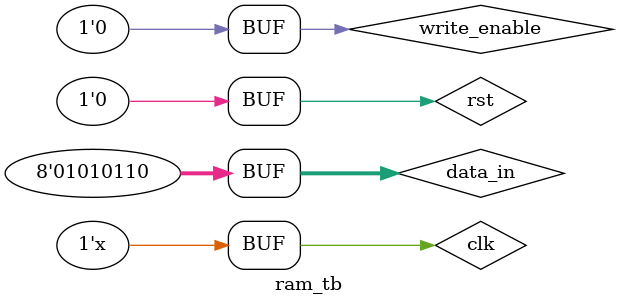
<source format=v>
module ram_tb;

	reg clk;
	reg write_enable;
	reg rst;
	wire [3:0]pc_out;
	
	reg [3:0]address;
	reg [7:0]data_in;
	wire [7:0]data_out;

	ram uut(clk,write_enable,address,data_in,data_out);
	pc my_pc(clk, rst, pc_out);

	always #5 clk = ~clk;  //clock generation
	//always #5 address = pc_out;

	initial begin
		clk = 1;
		data_in = 8'h56;
		write_enable = 0;
		rst = 0;
		address = pc_out;
		// Load data from a binary file
		//$readmemb("data.bin", uut.ram_block);

		
//		#10
//		write_enable = 1;
	
//		#10		
//		write_enable = 0;
//		data_in = 8'h36;

//		#10
//		write_enable = 1;

//		#10 
//		write_enable = 0;

//		#10
//		address = pc_out;

	end

endmodule

</source>
